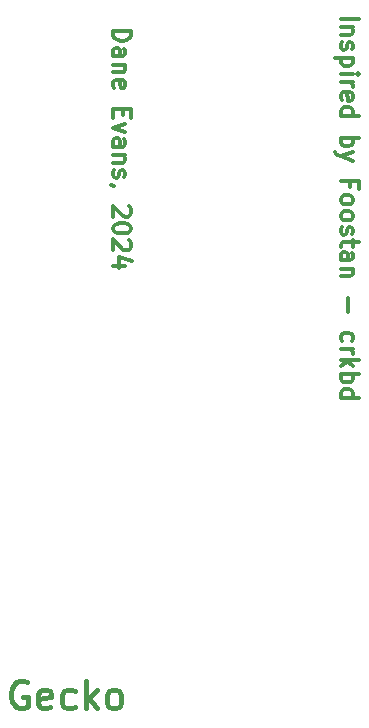
<source format=gbr>
%TF.GenerationSoftware,KiCad,Pcbnew,8.0.3*%
%TF.CreationDate,2024-09-02T20:30:28+10:00*%
%TF.ProjectId,Top_plate,546f705f-706c-4617-9465-2e6b69636164,rev?*%
%TF.SameCoordinates,Original*%
%TF.FileFunction,Legend,Top*%
%TF.FilePolarity,Positive*%
%FSLAX46Y46*%
G04 Gerber Fmt 4.6, Leading zero omitted, Abs format (unit mm)*
G04 Created by KiCad (PCBNEW 8.0.3) date 2024-09-02 20:30:28*
%MOMM*%
%LPD*%
G01*
G04 APERTURE LIST*
%ADD10C,0.300000*%
%ADD11C,0.400000*%
G04 APERTURE END LIST*
D10*
X133279171Y-52754510D02*
X134779171Y-52754510D01*
X134779171Y-52754510D02*
X134779171Y-53111653D01*
X134779171Y-53111653D02*
X134707742Y-53325939D01*
X134707742Y-53325939D02*
X134564885Y-53468796D01*
X134564885Y-53468796D02*
X134422028Y-53540225D01*
X134422028Y-53540225D02*
X134136314Y-53611653D01*
X134136314Y-53611653D02*
X133922028Y-53611653D01*
X133922028Y-53611653D02*
X133636314Y-53540225D01*
X133636314Y-53540225D02*
X133493457Y-53468796D01*
X133493457Y-53468796D02*
X133350600Y-53325939D01*
X133350600Y-53325939D02*
X133279171Y-53111653D01*
X133279171Y-53111653D02*
X133279171Y-52754510D01*
X133279171Y-54897368D02*
X134064885Y-54897368D01*
X134064885Y-54897368D02*
X134207742Y-54825939D01*
X134207742Y-54825939D02*
X134279171Y-54683082D01*
X134279171Y-54683082D02*
X134279171Y-54397368D01*
X134279171Y-54397368D02*
X134207742Y-54254510D01*
X133350600Y-54897368D02*
X133279171Y-54754510D01*
X133279171Y-54754510D02*
X133279171Y-54397368D01*
X133279171Y-54397368D02*
X133350600Y-54254510D01*
X133350600Y-54254510D02*
X133493457Y-54183082D01*
X133493457Y-54183082D02*
X133636314Y-54183082D01*
X133636314Y-54183082D02*
X133779171Y-54254510D01*
X133779171Y-54254510D02*
X133850600Y-54397368D01*
X133850600Y-54397368D02*
X133850600Y-54754510D01*
X133850600Y-54754510D02*
X133922028Y-54897368D01*
X134279171Y-55611653D02*
X133279171Y-55611653D01*
X134136314Y-55611653D02*
X134207742Y-55683082D01*
X134207742Y-55683082D02*
X134279171Y-55825939D01*
X134279171Y-55825939D02*
X134279171Y-56040225D01*
X134279171Y-56040225D02*
X134207742Y-56183082D01*
X134207742Y-56183082D02*
X134064885Y-56254511D01*
X134064885Y-56254511D02*
X133279171Y-56254511D01*
X133350600Y-57540225D02*
X133279171Y-57397368D01*
X133279171Y-57397368D02*
X133279171Y-57111654D01*
X133279171Y-57111654D02*
X133350600Y-56968796D01*
X133350600Y-56968796D02*
X133493457Y-56897368D01*
X133493457Y-56897368D02*
X134064885Y-56897368D01*
X134064885Y-56897368D02*
X134207742Y-56968796D01*
X134207742Y-56968796D02*
X134279171Y-57111654D01*
X134279171Y-57111654D02*
X134279171Y-57397368D01*
X134279171Y-57397368D02*
X134207742Y-57540225D01*
X134207742Y-57540225D02*
X134064885Y-57611654D01*
X134064885Y-57611654D02*
X133922028Y-57611654D01*
X133922028Y-57611654D02*
X133779171Y-56897368D01*
X134064885Y-59397367D02*
X134064885Y-59897367D01*
X133279171Y-60111653D02*
X133279171Y-59397367D01*
X133279171Y-59397367D02*
X134779171Y-59397367D01*
X134779171Y-59397367D02*
X134779171Y-60111653D01*
X134279171Y-60611653D02*
X133279171Y-60968796D01*
X133279171Y-60968796D02*
X134279171Y-61325939D01*
X133279171Y-62540225D02*
X134064885Y-62540225D01*
X134064885Y-62540225D02*
X134207742Y-62468796D01*
X134207742Y-62468796D02*
X134279171Y-62325939D01*
X134279171Y-62325939D02*
X134279171Y-62040225D01*
X134279171Y-62040225D02*
X134207742Y-61897367D01*
X133350600Y-62540225D02*
X133279171Y-62397367D01*
X133279171Y-62397367D02*
X133279171Y-62040225D01*
X133279171Y-62040225D02*
X133350600Y-61897367D01*
X133350600Y-61897367D02*
X133493457Y-61825939D01*
X133493457Y-61825939D02*
X133636314Y-61825939D01*
X133636314Y-61825939D02*
X133779171Y-61897367D01*
X133779171Y-61897367D02*
X133850600Y-62040225D01*
X133850600Y-62040225D02*
X133850600Y-62397367D01*
X133850600Y-62397367D02*
X133922028Y-62540225D01*
X134279171Y-63254510D02*
X133279171Y-63254510D01*
X134136314Y-63254510D02*
X134207742Y-63325939D01*
X134207742Y-63325939D02*
X134279171Y-63468796D01*
X134279171Y-63468796D02*
X134279171Y-63683082D01*
X134279171Y-63683082D02*
X134207742Y-63825939D01*
X134207742Y-63825939D02*
X134064885Y-63897368D01*
X134064885Y-63897368D02*
X133279171Y-63897368D01*
X133350600Y-64540225D02*
X133279171Y-64683082D01*
X133279171Y-64683082D02*
X133279171Y-64968796D01*
X133279171Y-64968796D02*
X133350600Y-65111653D01*
X133350600Y-65111653D02*
X133493457Y-65183082D01*
X133493457Y-65183082D02*
X133564885Y-65183082D01*
X133564885Y-65183082D02*
X133707742Y-65111653D01*
X133707742Y-65111653D02*
X133779171Y-64968796D01*
X133779171Y-64968796D02*
X133779171Y-64754511D01*
X133779171Y-64754511D02*
X133850600Y-64611653D01*
X133850600Y-64611653D02*
X133993457Y-64540225D01*
X133993457Y-64540225D02*
X134064885Y-64540225D01*
X134064885Y-64540225D02*
X134207742Y-64611653D01*
X134207742Y-64611653D02*
X134279171Y-64754511D01*
X134279171Y-64754511D02*
X134279171Y-64968796D01*
X134279171Y-64968796D02*
X134207742Y-65111653D01*
X133350600Y-65897368D02*
X133279171Y-65897368D01*
X133279171Y-65897368D02*
X133136314Y-65825939D01*
X133136314Y-65825939D02*
X133064885Y-65754511D01*
X134636314Y-67611654D02*
X134707742Y-67683082D01*
X134707742Y-67683082D02*
X134779171Y-67825940D01*
X134779171Y-67825940D02*
X134779171Y-68183082D01*
X134779171Y-68183082D02*
X134707742Y-68325940D01*
X134707742Y-68325940D02*
X134636314Y-68397368D01*
X134636314Y-68397368D02*
X134493457Y-68468797D01*
X134493457Y-68468797D02*
X134350600Y-68468797D01*
X134350600Y-68468797D02*
X134136314Y-68397368D01*
X134136314Y-68397368D02*
X133279171Y-67540225D01*
X133279171Y-67540225D02*
X133279171Y-68468797D01*
X134779171Y-69397368D02*
X134779171Y-69540225D01*
X134779171Y-69540225D02*
X134707742Y-69683082D01*
X134707742Y-69683082D02*
X134636314Y-69754511D01*
X134636314Y-69754511D02*
X134493457Y-69825939D01*
X134493457Y-69825939D02*
X134207742Y-69897368D01*
X134207742Y-69897368D02*
X133850600Y-69897368D01*
X133850600Y-69897368D02*
X133564885Y-69825939D01*
X133564885Y-69825939D02*
X133422028Y-69754511D01*
X133422028Y-69754511D02*
X133350600Y-69683082D01*
X133350600Y-69683082D02*
X133279171Y-69540225D01*
X133279171Y-69540225D02*
X133279171Y-69397368D01*
X133279171Y-69397368D02*
X133350600Y-69254511D01*
X133350600Y-69254511D02*
X133422028Y-69183082D01*
X133422028Y-69183082D02*
X133564885Y-69111653D01*
X133564885Y-69111653D02*
X133850600Y-69040225D01*
X133850600Y-69040225D02*
X134207742Y-69040225D01*
X134207742Y-69040225D02*
X134493457Y-69111653D01*
X134493457Y-69111653D02*
X134636314Y-69183082D01*
X134636314Y-69183082D02*
X134707742Y-69254511D01*
X134707742Y-69254511D02*
X134779171Y-69397368D01*
X134636314Y-70468796D02*
X134707742Y-70540224D01*
X134707742Y-70540224D02*
X134779171Y-70683082D01*
X134779171Y-70683082D02*
X134779171Y-71040224D01*
X134779171Y-71040224D02*
X134707742Y-71183082D01*
X134707742Y-71183082D02*
X134636314Y-71254510D01*
X134636314Y-71254510D02*
X134493457Y-71325939D01*
X134493457Y-71325939D02*
X134350600Y-71325939D01*
X134350600Y-71325939D02*
X134136314Y-71254510D01*
X134136314Y-71254510D02*
X133279171Y-70397367D01*
X133279171Y-70397367D02*
X133279171Y-71325939D01*
X134279171Y-72611653D02*
X133279171Y-72611653D01*
X134850600Y-72254510D02*
X133779171Y-71897367D01*
X133779171Y-71897367D02*
X133779171Y-72825938D01*
D11*
X125945537Y-107907247D02*
X125726490Y-107797723D01*
X125726490Y-107797723D02*
X125397918Y-107797723D01*
X125397918Y-107797723D02*
X125069347Y-107907247D01*
X125069347Y-107907247D02*
X124850299Y-108126295D01*
X124850299Y-108126295D02*
X124740776Y-108345342D01*
X124740776Y-108345342D02*
X124631252Y-108783438D01*
X124631252Y-108783438D02*
X124631252Y-109112009D01*
X124631252Y-109112009D02*
X124740776Y-109550104D01*
X124740776Y-109550104D02*
X124850299Y-109769152D01*
X124850299Y-109769152D02*
X125069347Y-109988200D01*
X125069347Y-109988200D02*
X125397918Y-110097723D01*
X125397918Y-110097723D02*
X125616966Y-110097723D01*
X125616966Y-110097723D02*
X125945537Y-109988200D01*
X125945537Y-109988200D02*
X126055061Y-109878676D01*
X126055061Y-109878676D02*
X126055061Y-109112009D01*
X126055061Y-109112009D02*
X125616966Y-109112009D01*
X127916966Y-109988200D02*
X127697918Y-110097723D01*
X127697918Y-110097723D02*
X127259823Y-110097723D01*
X127259823Y-110097723D02*
X127040776Y-109988200D01*
X127040776Y-109988200D02*
X126931252Y-109769152D01*
X126931252Y-109769152D02*
X126931252Y-108892961D01*
X126931252Y-108892961D02*
X127040776Y-108673914D01*
X127040776Y-108673914D02*
X127259823Y-108564390D01*
X127259823Y-108564390D02*
X127697918Y-108564390D01*
X127697918Y-108564390D02*
X127916966Y-108673914D01*
X127916966Y-108673914D02*
X128026490Y-108892961D01*
X128026490Y-108892961D02*
X128026490Y-109112009D01*
X128026490Y-109112009D02*
X126931252Y-109331057D01*
X129997919Y-109988200D02*
X129778871Y-110097723D01*
X129778871Y-110097723D02*
X129340776Y-110097723D01*
X129340776Y-110097723D02*
X129121728Y-109988200D01*
X129121728Y-109988200D02*
X129012205Y-109878676D01*
X129012205Y-109878676D02*
X128902681Y-109659628D01*
X128902681Y-109659628D02*
X128902681Y-109002485D01*
X128902681Y-109002485D02*
X129012205Y-108783438D01*
X129012205Y-108783438D02*
X129121728Y-108673914D01*
X129121728Y-108673914D02*
X129340776Y-108564390D01*
X129340776Y-108564390D02*
X129778871Y-108564390D01*
X129778871Y-108564390D02*
X129997919Y-108673914D01*
X130983634Y-110097723D02*
X130983634Y-107797723D01*
X131202681Y-109221533D02*
X131859824Y-110097723D01*
X131859824Y-108564390D02*
X130983634Y-109440580D01*
X133174110Y-110097723D02*
X132955062Y-109988200D01*
X132955062Y-109988200D02*
X132845539Y-109878676D01*
X132845539Y-109878676D02*
X132736015Y-109659628D01*
X132736015Y-109659628D02*
X132736015Y-109002485D01*
X132736015Y-109002485D02*
X132845539Y-108783438D01*
X132845539Y-108783438D02*
X132955062Y-108673914D01*
X132955062Y-108673914D02*
X133174110Y-108564390D01*
X133174110Y-108564390D02*
X133502681Y-108564390D01*
X133502681Y-108564390D02*
X133721729Y-108673914D01*
X133721729Y-108673914D02*
X133831253Y-108783438D01*
X133831253Y-108783438D02*
X133940777Y-109002485D01*
X133940777Y-109002485D02*
X133940777Y-109659628D01*
X133940777Y-109659628D02*
X133831253Y-109878676D01*
X133831253Y-109878676D02*
X133721729Y-109988200D01*
X133721729Y-109988200D02*
X133502681Y-110097723D01*
X133502681Y-110097723D02*
X133174110Y-110097723D01*
D10*
X152549171Y-51724510D02*
X154049171Y-51724510D01*
X153549171Y-52438796D02*
X152549171Y-52438796D01*
X153406314Y-52438796D02*
X153477742Y-52510225D01*
X153477742Y-52510225D02*
X153549171Y-52653082D01*
X153549171Y-52653082D02*
X153549171Y-52867368D01*
X153549171Y-52867368D02*
X153477742Y-53010225D01*
X153477742Y-53010225D02*
X153334885Y-53081654D01*
X153334885Y-53081654D02*
X152549171Y-53081654D01*
X152620600Y-53724511D02*
X152549171Y-53867368D01*
X152549171Y-53867368D02*
X152549171Y-54153082D01*
X152549171Y-54153082D02*
X152620600Y-54295939D01*
X152620600Y-54295939D02*
X152763457Y-54367368D01*
X152763457Y-54367368D02*
X152834885Y-54367368D01*
X152834885Y-54367368D02*
X152977742Y-54295939D01*
X152977742Y-54295939D02*
X153049171Y-54153082D01*
X153049171Y-54153082D02*
X153049171Y-53938797D01*
X153049171Y-53938797D02*
X153120600Y-53795939D01*
X153120600Y-53795939D02*
X153263457Y-53724511D01*
X153263457Y-53724511D02*
X153334885Y-53724511D01*
X153334885Y-53724511D02*
X153477742Y-53795939D01*
X153477742Y-53795939D02*
X153549171Y-53938797D01*
X153549171Y-53938797D02*
X153549171Y-54153082D01*
X153549171Y-54153082D02*
X153477742Y-54295939D01*
X153549171Y-55010225D02*
X152049171Y-55010225D01*
X153477742Y-55010225D02*
X153549171Y-55153083D01*
X153549171Y-55153083D02*
X153549171Y-55438797D01*
X153549171Y-55438797D02*
X153477742Y-55581654D01*
X153477742Y-55581654D02*
X153406314Y-55653083D01*
X153406314Y-55653083D02*
X153263457Y-55724511D01*
X153263457Y-55724511D02*
X152834885Y-55724511D01*
X152834885Y-55724511D02*
X152692028Y-55653083D01*
X152692028Y-55653083D02*
X152620600Y-55581654D01*
X152620600Y-55581654D02*
X152549171Y-55438797D01*
X152549171Y-55438797D02*
X152549171Y-55153083D01*
X152549171Y-55153083D02*
X152620600Y-55010225D01*
X152549171Y-56367368D02*
X153549171Y-56367368D01*
X154049171Y-56367368D02*
X153977742Y-56295940D01*
X153977742Y-56295940D02*
X153906314Y-56367368D01*
X153906314Y-56367368D02*
X153977742Y-56438797D01*
X153977742Y-56438797D02*
X154049171Y-56367368D01*
X154049171Y-56367368D02*
X153906314Y-56367368D01*
X152549171Y-57081654D02*
X153549171Y-57081654D01*
X153263457Y-57081654D02*
X153406314Y-57153083D01*
X153406314Y-57153083D02*
X153477742Y-57224512D01*
X153477742Y-57224512D02*
X153549171Y-57367369D01*
X153549171Y-57367369D02*
X153549171Y-57510226D01*
X152620600Y-58581654D02*
X152549171Y-58438797D01*
X152549171Y-58438797D02*
X152549171Y-58153083D01*
X152549171Y-58153083D02*
X152620600Y-58010225D01*
X152620600Y-58010225D02*
X152763457Y-57938797D01*
X152763457Y-57938797D02*
X153334885Y-57938797D01*
X153334885Y-57938797D02*
X153477742Y-58010225D01*
X153477742Y-58010225D02*
X153549171Y-58153083D01*
X153549171Y-58153083D02*
X153549171Y-58438797D01*
X153549171Y-58438797D02*
X153477742Y-58581654D01*
X153477742Y-58581654D02*
X153334885Y-58653083D01*
X153334885Y-58653083D02*
X153192028Y-58653083D01*
X153192028Y-58653083D02*
X153049171Y-57938797D01*
X152549171Y-59938797D02*
X154049171Y-59938797D01*
X152620600Y-59938797D02*
X152549171Y-59795939D01*
X152549171Y-59795939D02*
X152549171Y-59510225D01*
X152549171Y-59510225D02*
X152620600Y-59367368D01*
X152620600Y-59367368D02*
X152692028Y-59295939D01*
X152692028Y-59295939D02*
X152834885Y-59224511D01*
X152834885Y-59224511D02*
X153263457Y-59224511D01*
X153263457Y-59224511D02*
X153406314Y-59295939D01*
X153406314Y-59295939D02*
X153477742Y-59367368D01*
X153477742Y-59367368D02*
X153549171Y-59510225D01*
X153549171Y-59510225D02*
X153549171Y-59795939D01*
X153549171Y-59795939D02*
X153477742Y-59938797D01*
X152549171Y-61795939D02*
X154049171Y-61795939D01*
X153477742Y-61795939D02*
X153549171Y-61938797D01*
X153549171Y-61938797D02*
X153549171Y-62224511D01*
X153549171Y-62224511D02*
X153477742Y-62367368D01*
X153477742Y-62367368D02*
X153406314Y-62438797D01*
X153406314Y-62438797D02*
X153263457Y-62510225D01*
X153263457Y-62510225D02*
X152834885Y-62510225D01*
X152834885Y-62510225D02*
X152692028Y-62438797D01*
X152692028Y-62438797D02*
X152620600Y-62367368D01*
X152620600Y-62367368D02*
X152549171Y-62224511D01*
X152549171Y-62224511D02*
X152549171Y-61938797D01*
X152549171Y-61938797D02*
X152620600Y-61795939D01*
X153549171Y-63010225D02*
X152549171Y-63367368D01*
X153549171Y-63724511D02*
X152549171Y-63367368D01*
X152549171Y-63367368D02*
X152192028Y-63224511D01*
X152192028Y-63224511D02*
X152120600Y-63153082D01*
X152120600Y-63153082D02*
X152049171Y-63010225D01*
X153334885Y-65938796D02*
X153334885Y-65438796D01*
X152549171Y-65438796D02*
X154049171Y-65438796D01*
X154049171Y-65438796D02*
X154049171Y-66153082D01*
X152549171Y-66938796D02*
X152620600Y-66795939D01*
X152620600Y-66795939D02*
X152692028Y-66724510D01*
X152692028Y-66724510D02*
X152834885Y-66653082D01*
X152834885Y-66653082D02*
X153263457Y-66653082D01*
X153263457Y-66653082D02*
X153406314Y-66724510D01*
X153406314Y-66724510D02*
X153477742Y-66795939D01*
X153477742Y-66795939D02*
X153549171Y-66938796D01*
X153549171Y-66938796D02*
X153549171Y-67153082D01*
X153549171Y-67153082D02*
X153477742Y-67295939D01*
X153477742Y-67295939D02*
X153406314Y-67367368D01*
X153406314Y-67367368D02*
X153263457Y-67438796D01*
X153263457Y-67438796D02*
X152834885Y-67438796D01*
X152834885Y-67438796D02*
X152692028Y-67367368D01*
X152692028Y-67367368D02*
X152620600Y-67295939D01*
X152620600Y-67295939D02*
X152549171Y-67153082D01*
X152549171Y-67153082D02*
X152549171Y-66938796D01*
X152549171Y-68295939D02*
X152620600Y-68153082D01*
X152620600Y-68153082D02*
X152692028Y-68081653D01*
X152692028Y-68081653D02*
X152834885Y-68010225D01*
X152834885Y-68010225D02*
X153263457Y-68010225D01*
X153263457Y-68010225D02*
X153406314Y-68081653D01*
X153406314Y-68081653D02*
X153477742Y-68153082D01*
X153477742Y-68153082D02*
X153549171Y-68295939D01*
X153549171Y-68295939D02*
X153549171Y-68510225D01*
X153549171Y-68510225D02*
X153477742Y-68653082D01*
X153477742Y-68653082D02*
X153406314Y-68724511D01*
X153406314Y-68724511D02*
X153263457Y-68795939D01*
X153263457Y-68795939D02*
X152834885Y-68795939D01*
X152834885Y-68795939D02*
X152692028Y-68724511D01*
X152692028Y-68724511D02*
X152620600Y-68653082D01*
X152620600Y-68653082D02*
X152549171Y-68510225D01*
X152549171Y-68510225D02*
X152549171Y-68295939D01*
X152620600Y-69367368D02*
X152549171Y-69510225D01*
X152549171Y-69510225D02*
X152549171Y-69795939D01*
X152549171Y-69795939D02*
X152620600Y-69938796D01*
X152620600Y-69938796D02*
X152763457Y-70010225D01*
X152763457Y-70010225D02*
X152834885Y-70010225D01*
X152834885Y-70010225D02*
X152977742Y-69938796D01*
X152977742Y-69938796D02*
X153049171Y-69795939D01*
X153049171Y-69795939D02*
X153049171Y-69581654D01*
X153049171Y-69581654D02*
X153120600Y-69438796D01*
X153120600Y-69438796D02*
X153263457Y-69367368D01*
X153263457Y-69367368D02*
X153334885Y-69367368D01*
X153334885Y-69367368D02*
X153477742Y-69438796D01*
X153477742Y-69438796D02*
X153549171Y-69581654D01*
X153549171Y-69581654D02*
X153549171Y-69795939D01*
X153549171Y-69795939D02*
X153477742Y-69938796D01*
X153549171Y-70438797D02*
X153549171Y-71010225D01*
X154049171Y-70653082D02*
X152763457Y-70653082D01*
X152763457Y-70653082D02*
X152620600Y-70724511D01*
X152620600Y-70724511D02*
X152549171Y-70867368D01*
X152549171Y-70867368D02*
X152549171Y-71010225D01*
X152549171Y-72153083D02*
X153334885Y-72153083D01*
X153334885Y-72153083D02*
X153477742Y-72081654D01*
X153477742Y-72081654D02*
X153549171Y-71938797D01*
X153549171Y-71938797D02*
X153549171Y-71653083D01*
X153549171Y-71653083D02*
X153477742Y-71510225D01*
X152620600Y-72153083D02*
X152549171Y-72010225D01*
X152549171Y-72010225D02*
X152549171Y-71653083D01*
X152549171Y-71653083D02*
X152620600Y-71510225D01*
X152620600Y-71510225D02*
X152763457Y-71438797D01*
X152763457Y-71438797D02*
X152906314Y-71438797D01*
X152906314Y-71438797D02*
X153049171Y-71510225D01*
X153049171Y-71510225D02*
X153120600Y-71653083D01*
X153120600Y-71653083D02*
X153120600Y-72010225D01*
X153120600Y-72010225D02*
X153192028Y-72153083D01*
X153549171Y-72867368D02*
X152549171Y-72867368D01*
X153406314Y-72867368D02*
X153477742Y-72938797D01*
X153477742Y-72938797D02*
X153549171Y-73081654D01*
X153549171Y-73081654D02*
X153549171Y-73295940D01*
X153549171Y-73295940D02*
X153477742Y-73438797D01*
X153477742Y-73438797D02*
X153334885Y-73510226D01*
X153334885Y-73510226D02*
X152549171Y-73510226D01*
X153120600Y-75367368D02*
X153120600Y-76510226D01*
X152620600Y-79010226D02*
X152549171Y-78867368D01*
X152549171Y-78867368D02*
X152549171Y-78581654D01*
X152549171Y-78581654D02*
X152620600Y-78438797D01*
X152620600Y-78438797D02*
X152692028Y-78367368D01*
X152692028Y-78367368D02*
X152834885Y-78295940D01*
X152834885Y-78295940D02*
X153263457Y-78295940D01*
X153263457Y-78295940D02*
X153406314Y-78367368D01*
X153406314Y-78367368D02*
X153477742Y-78438797D01*
X153477742Y-78438797D02*
X153549171Y-78581654D01*
X153549171Y-78581654D02*
X153549171Y-78867368D01*
X153549171Y-78867368D02*
X153477742Y-79010226D01*
X152549171Y-79653082D02*
X153549171Y-79653082D01*
X153263457Y-79653082D02*
X153406314Y-79724511D01*
X153406314Y-79724511D02*
X153477742Y-79795940D01*
X153477742Y-79795940D02*
X153549171Y-79938797D01*
X153549171Y-79938797D02*
X153549171Y-80081654D01*
X152549171Y-80581653D02*
X154049171Y-80581653D01*
X153120600Y-80724511D02*
X152549171Y-81153082D01*
X153549171Y-81153082D02*
X152977742Y-80581653D01*
X152549171Y-81795939D02*
X154049171Y-81795939D01*
X153477742Y-81795939D02*
X153549171Y-81938797D01*
X153549171Y-81938797D02*
X153549171Y-82224511D01*
X153549171Y-82224511D02*
X153477742Y-82367368D01*
X153477742Y-82367368D02*
X153406314Y-82438797D01*
X153406314Y-82438797D02*
X153263457Y-82510225D01*
X153263457Y-82510225D02*
X152834885Y-82510225D01*
X152834885Y-82510225D02*
X152692028Y-82438797D01*
X152692028Y-82438797D02*
X152620600Y-82367368D01*
X152620600Y-82367368D02*
X152549171Y-82224511D01*
X152549171Y-82224511D02*
X152549171Y-81938797D01*
X152549171Y-81938797D02*
X152620600Y-81795939D01*
X152549171Y-83795940D02*
X154049171Y-83795940D01*
X152620600Y-83795940D02*
X152549171Y-83653082D01*
X152549171Y-83653082D02*
X152549171Y-83367368D01*
X152549171Y-83367368D02*
X152620600Y-83224511D01*
X152620600Y-83224511D02*
X152692028Y-83153082D01*
X152692028Y-83153082D02*
X152834885Y-83081654D01*
X152834885Y-83081654D02*
X153263457Y-83081654D01*
X153263457Y-83081654D02*
X153406314Y-83153082D01*
X153406314Y-83153082D02*
X153477742Y-83224511D01*
X153477742Y-83224511D02*
X153549171Y-83367368D01*
X153549171Y-83367368D02*
X153549171Y-83653082D01*
X153549171Y-83653082D02*
X153477742Y-83795940D01*
M02*

</source>
